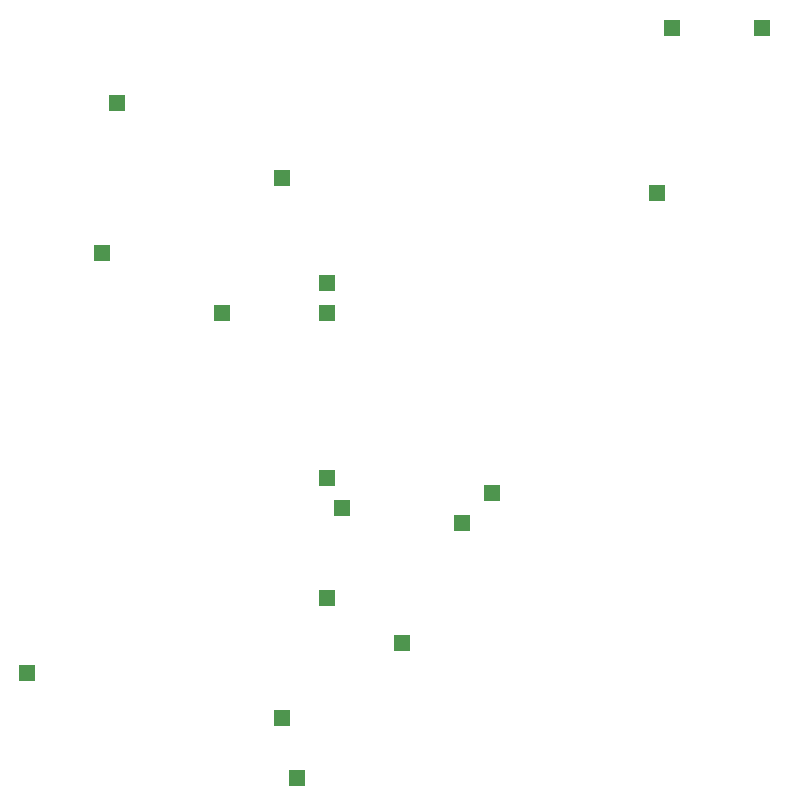
<source format=gbs>
G75*
%MOIN*%
%OFA0B0*%
%FSLAX25Y25*%
%IPPOS*%
%LPD*%
%AMOC8*
5,1,8,0,0,1.08239X$1,22.5*
%
%ADD10R,0.05550X0.05550*%
D10*
X0042200Y0077200D03*
X0127200Y0062200D03*
X0132200Y0042200D03*
X0167200Y0087200D03*
X0142200Y0102200D03*
X0147200Y0132200D03*
X0142200Y0142200D03*
X0187200Y0127200D03*
X0197200Y0137200D03*
X0142200Y0197200D03*
X0142200Y0207200D03*
X0107200Y0197200D03*
X0067200Y0217200D03*
X0072200Y0267200D03*
X0127200Y0242200D03*
X0252200Y0237200D03*
X0257200Y0292200D03*
X0287200Y0292200D03*
M02*

</source>
